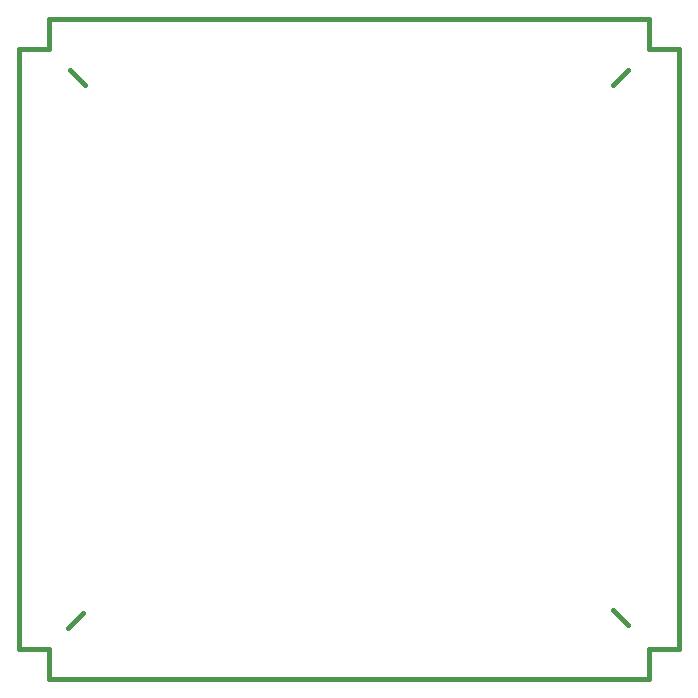
<source format=gko>
G04 (created by PCBNEW-RS274X (2012-apr-16-27)-stable) date dim. 02 juin 2013 12:50:08 CST*
G01*
G70*
G90*
%MOIN*%
G04 Gerber Fmt 3.4, Leading zero omitted, Abs format*
%FSLAX34Y34*%
G04 APERTURE LIST*
%ADD10C,0.006000*%
%ADD11C,0.015000*%
G04 APERTURE END LIST*
G54D10*
G54D11*
X06700Y-06950D02*
X07200Y-07450D01*
X25300Y-06950D02*
X24800Y-07450D01*
X25300Y-25450D02*
X24800Y-24950D01*
X06650Y-25550D02*
X07150Y-25050D01*
X06000Y-06250D02*
X06000Y-05250D01*
X05000Y-06250D02*
X06000Y-06250D01*
X05000Y-26250D02*
X05000Y-06250D01*
X06000Y-26250D02*
X05000Y-26250D01*
X06000Y-27250D02*
X06000Y-26250D01*
X26000Y-27250D02*
X06000Y-27250D01*
X26000Y-26250D02*
X26000Y-27250D01*
X27000Y-26250D02*
X26000Y-26250D01*
X27000Y-06250D02*
X27000Y-26250D01*
X26000Y-06250D02*
X27000Y-06250D01*
X26000Y-05250D02*
X26000Y-06250D01*
X06000Y-05250D02*
X26000Y-05250D01*
M02*

</source>
